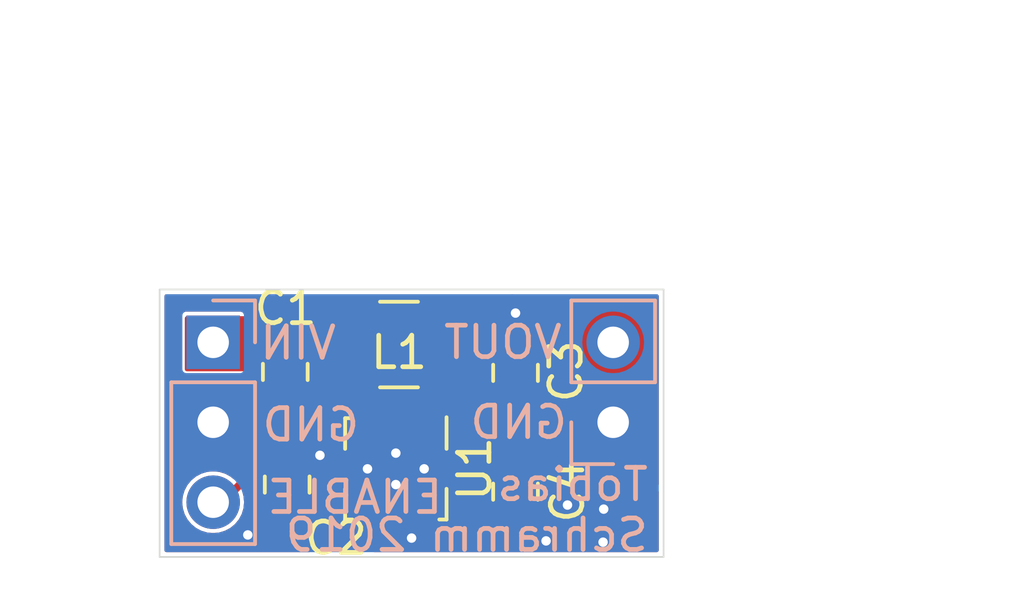
<source format=kicad_pcb>
(kicad_pcb (version 20171130) (host pcbnew 5.1.1)

  (general
    (thickness 1.6)
    (drawings 14)
    (tracks 41)
    (zones 0)
    (modules 8)
    (nets 8)
  )

  (page A4)
  (layers
    (0 F.Cu signal)
    (31 B.Cu signal)
    (32 B.Adhes user)
    (33 F.Adhes user)
    (34 B.Paste user)
    (35 F.Paste user)
    (36 B.SilkS user)
    (37 F.SilkS user)
    (38 B.Mask user)
    (39 F.Mask user)
    (40 Dwgs.User user)
    (41 Cmts.User user)
    (42 Eco1.User user)
    (43 Eco2.User user)
    (44 Edge.Cuts user)
    (45 Margin user)
    (46 B.CrtYd user)
    (47 F.CrtYd user)
    (48 B.Fab user)
    (49 F.Fab user hide)
  )

  (setup
    (last_trace_width 0.127)
    (user_trace_width 0.127)
    (user_trace_width 0.25)
    (user_trace_width 0.5)
    (user_trace_width 1)
    (trace_clearance 0.127)
    (zone_clearance 0.127)
    (zone_45_only no)
    (trace_min 0.127)
    (via_size 0.6)
    (via_drill 0.3)
    (via_min_size 0.6)
    (via_min_drill 0.3)
    (user_via 0.6 0.3)
    (uvia_size 0.6)
    (uvia_drill 0.3)
    (uvias_allowed no)
    (uvia_min_size 0.6)
    (uvia_min_drill 0.3)
    (edge_width 0.05)
    (segment_width 0.2)
    (pcb_text_width 0.3)
    (pcb_text_size 1.5 1.5)
    (mod_edge_width 0.12)
    (mod_text_size 1 1)
    (mod_text_width 0.15)
    (pad_size 1.524 1.524)
    (pad_drill 0.762)
    (pad_to_mask_clearance 0.051)
    (solder_mask_min_width 0.25)
    (aux_axis_origin 0 0)
    (visible_elements FFFFFF7F)
    (pcbplotparams
      (layerselection 0x010fc_ffffffff)
      (usegerberextensions true)
      (usegerberattributes false)
      (usegerberadvancedattributes false)
      (creategerberjobfile false)
      (excludeedgelayer true)
      (linewidth 0.100000)
      (plotframeref false)
      (viasonmask false)
      (mode 1)
      (useauxorigin false)
      (hpglpennumber 1)
      (hpglpenspeed 20)
      (hpglpendiameter 15.000000)
      (psnegative false)
      (psa4output false)
      (plotreference true)
      (plotvalue true)
      (plotinvisibletext false)
      (padsonsilk false)
      (subtractmaskfromsilk false)
      (outputformat 1)
      (mirror false)
      (drillshape 0)
      (scaleselection 1)
      (outputdirectory "../fab/"))
  )

  (net 0 "")
  (net 1 GND)
  (net 2 "Net-(C2-Pad1)")
  (net 3 "Net-(L1-Pad2)")
  (net 4 "Net-(L1-Pad1)")
  (net 5 /VIN)
  (net 6 /VOUT)
  (net 7 /EN)

  (net_class Default "Dies ist die voreingestellte Netzklasse."
    (clearance 0.127)
    (trace_width 0.127)
    (via_dia 0.6)
    (via_drill 0.3)
    (uvia_dia 0.6)
    (uvia_drill 0.3)
    (add_net /EN)
    (add_net /VIN)
    (add_net /VOUT)
    (add_net GND)
    (add_net "Net-(C2-Pad1)")
    (add_net "Net-(L1-Pad1)")
    (add_net "Net-(L1-Pad2)")
  )

  (module liion-buck_boost_3:Texas_DRC0010J_ThermalVias.3 (layer F.Cu) (tedit 5CA61E9E) (tstamp 5CC35A63)
    (at 82 47.2 270)
    (descr "Texas DRC0010J, VSON10 3x3mm Body, 0.5mm Pitch,  http://www.ti.com/lit/ds/symlink/tps63000.pdf")
    (tags "Texas VSON10 3x3mm")
    (path /5CA620E9)
    (attr smd)
    (fp_text reference U1 (at 0 -2.5 270) (layer F.SilkS)
      (effects (font (size 1 1) (thickness 0.15)))
    )
    (fp_text value TPS63031 (at 0.02032 2.8 270) (layer F.Fab)
      (effects (font (size 1 1) (thickness 0.15)))
    )
    (fp_text user %R (at 0 0 270) (layer F.Fab)
      (effects (font (size 0.7 0.7) (thickness 0.1)))
    )
    (fp_line (start -0.8 -1.5) (end 1.5 -1.5) (layer F.Fab) (width 0.1))
    (fp_line (start 1.5 -1.5) (end 1.5 1.5) (layer F.Fab) (width 0.1))
    (fp_line (start -1.5 -0.8) (end -1.5 1.5) (layer F.Fab) (width 0.1))
    (fp_line (start -1.5 1.5) (end 1.5 1.5) (layer F.Fab) (width 0.1))
    (fp_line (start -1.95 -1.95) (end 1.95 -1.95) (layer F.CrtYd) (width 0.05))
    (fp_line (start 1.95 -1.95) (end 1.95 1.95) (layer F.CrtYd) (width 0.05))
    (fp_line (start -1.95 -1.95) (end -1.95 1.95) (layer F.CrtYd) (width 0.05))
    (fp_line (start -1.95 1.95) (end 1.95 1.95) (layer F.CrtYd) (width 0.05))
    (fp_line (start -1.5 -0.8) (end -0.8 -1.5) (layer F.Fab) (width 0.1))
    (fp_line (start -1.61 1.38) (end -1.61 1.61) (layer F.SilkS) (width 0.12))
    (fp_line (start -1.61 1.61) (end -0.635 1.61) (layer F.SilkS) (width 0.12))
    (fp_line (start 1.61 1.38) (end 1.61 1.61) (layer F.SilkS) (width 0.12))
    (fp_line (start 0.635 1.61) (end 1.61 1.61) (layer F.SilkS) (width 0.12))
    (fp_line (start 0.635 -1.61) (end 1.61 -1.61) (layer F.SilkS) (width 0.12))
    (fp_line (start 1.61 -1.61) (end 1.61 -1.38) (layer F.SilkS) (width 0.12))
    (fp_line (start -1.64 -1.61) (end -0.635 -1.61) (layer F.SilkS) (width 0.12))
    (pad "" smd roundrect (at 0 0.63 270) (size 1.5 1.06) (layers F.Paste) (roundrect_rratio 0.1)
      (zone_connect 0))
    (pad "" smd roundrect (at 0 -0.63 270) (size 1.5 1.06) (layers F.Paste) (roundrect_rratio 0.1)
      (zone_connect 0))
    (pad "" smd roundrect (at -0.25 -1.53 270) (size 0.25 0.34) (layers F.Paste) (roundrect_rratio 0.1)
      (zone_connect 0))
    (pad "" smd roundrect (at 0.25 -1.53 270) (size 0.25 0.34) (layers F.Paste) (roundrect_rratio 0.1)
      (zone_connect 0))
    (pad "" smd roundrect (at -0.25 1.53 270) (size 0.25 0.34) (layers F.Paste) (roundrect_rratio 0.1)
      (zone_connect 0))
    (pad "" smd roundrect (at 0.25 1.53 270) (size 0.25 0.34) (layers F.Paste) (roundrect_rratio 0.1)
      (zone_connect 0))
    (pad 1 smd rect (at -1.4 -1 270) (size 0.6 0.24) (layers F.Cu F.Paste F.Mask)
      (net 6 /VOUT))
    (pad 2 smd rect (at -1.4 -0.5 270) (size 0.6 0.24) (layers F.Cu F.Paste F.Mask)
      (net 3 "Net-(L1-Pad2)"))
    (pad 3 smd rect (at -1.4 0 270) (size 0.6 0.24) (layers F.Cu F.Paste F.Mask)
      (net 1 GND))
    (pad 4 smd rect (at -1.4 0.5 270) (size 0.6 0.24) (layers F.Cu F.Paste F.Mask)
      (net 4 "Net-(L1-Pad1)"))
    (pad 5 smd rect (at -1.4 1 270) (size 0.6 0.24) (layers F.Cu F.Paste F.Mask)
      (net 5 /VIN))
    (pad 6 smd rect (at 1.4 1 270) (size 0.6 0.24) (layers F.Cu F.Paste F.Mask)
      (net 7 /EN))
    (pad 7 smd rect (at 1.4 0.5 270) (size 0.6 0.24) (layers F.Cu F.Paste F.Mask)
      (net 2 "Net-(C2-Pad1)"))
    (pad 8 smd rect (at 1.4 0 270) (size 0.6 0.24) (layers F.Cu F.Paste F.Mask)
      (net 2 "Net-(C2-Pad1)"))
    (pad 9 smd rect (at 1.4 -0.5 270) (size 0.6 0.24) (layers F.Cu F.Paste F.Mask)
      (net 1 GND))
    (pad 10 smd rect (at 1.4 -1 270) (size 0.6 0.24) (layers F.Cu F.Paste F.Mask)
      (net 6 /VOUT))
    (pad 11 smd custom (at 0 0 270) (size 1.65 2.4) (layers F.Cu F.Mask)
      (net 1 GND) (zone_connect 0)
      (options (clearance outline) (anchor rect))
      (primitives
        (gr_poly (pts
           (xy -0.375 -1.1) (xy -0.375 -1.7) (xy -0.125 -1.7) (xy -0.125 -1.1) (xy 0.125 -1.1)
           (xy 0.125 -1.7) (xy 0.375 -1.7) (xy 0.375 1.7) (xy 0.125 1.7) (xy 0.125 1.1)
           (xy -0.125 1.1) (xy -0.125 1.7) (xy -0.375 1.7)) (width 0))
      ))
    (pad 11 thru_hole circle (at 0 0.9 270) (size 0.6 0.6) (drill 0.3) (layers *.Cu)
      (net 1 GND))
    (pad 11 thru_hole circle (at -0.5 0 270) (size 0.6 0.6) (drill 0.3) (layers *.Cu)
      (net 1 GND))
    (pad 11 thru_hole circle (at 0.5 0 270) (size 0.6 0.6) (drill 0.3) (layers *.Cu)
      (net 1 GND))
    (pad 11 thru_hole circle (at 0 -0.9 270) (size 0.6 0.6) (drill 0.3) (layers *.Cu)
      (net 1 GND))
    (model ${KISYS3DMOD}/Package_SON.3dshapes/Texas_DRC0010J.wrl
      (at (xyz 0 0 0))
      (scale (xyz 1 1 1))
      (rotate (xyz 0 0 0))
    )
  )

  (module Inductor_SMD:L_1210_3225Metric (layer F.Cu) (tedit 5B301BBE) (tstamp 5CA653A2)
    (at 82.1 43.25)
    (descr "Inductor SMD 1210 (3225 Metric), square (rectangular) end terminal, IPC_7351 nominal, (Body size source: http://www.tortai-tech.com/upload/download/2011102023233369053.pdf), generated with kicad-footprint-generator")
    (tags inductor)
    (path /5CA631EC)
    (attr smd)
    (fp_text reference L1 (at 0 0.25) (layer F.SilkS)
      (effects (font (size 1 1) (thickness 0.15)))
    )
    (fp_text value L (at 0 2.28) (layer F.Fab)
      (effects (font (size 1 1) (thickness 0.15)))
    )
    (fp_text user %R (at 0 0) (layer F.Fab)
      (effects (font (size 0.8 0.8) (thickness 0.12)))
    )
    (fp_line (start 2.28 1.58) (end -2.28 1.58) (layer F.CrtYd) (width 0.05))
    (fp_line (start 2.28 -1.58) (end 2.28 1.58) (layer F.CrtYd) (width 0.05))
    (fp_line (start -2.28 -1.58) (end 2.28 -1.58) (layer F.CrtYd) (width 0.05))
    (fp_line (start -2.28 1.58) (end -2.28 -1.58) (layer F.CrtYd) (width 0.05))
    (fp_line (start -0.602064 1.36) (end 0.602064 1.36) (layer F.SilkS) (width 0.12))
    (fp_line (start -0.602064 -1.36) (end 0.602064 -1.36) (layer F.SilkS) (width 0.12))
    (fp_line (start 1.6 1.25) (end -1.6 1.25) (layer F.Fab) (width 0.1))
    (fp_line (start 1.6 -1.25) (end 1.6 1.25) (layer F.Fab) (width 0.1))
    (fp_line (start -1.6 -1.25) (end 1.6 -1.25) (layer F.Fab) (width 0.1))
    (fp_line (start -1.6 1.25) (end -1.6 -1.25) (layer F.Fab) (width 0.1))
    (pad 2 smd roundrect (at 1.4 0) (size 1.25 2.65) (layers F.Cu F.Paste F.Mask) (roundrect_rratio 0.2)
      (net 3 "Net-(L1-Pad2)"))
    (pad 1 smd roundrect (at -1.4 0) (size 1.25 2.65) (layers F.Cu F.Paste F.Mask) (roundrect_rratio 0.2)
      (net 4 "Net-(L1-Pad1)"))
    (model ${KISYS3DMOD}/Inductor_SMD.3dshapes/L_1210_3225Metric.wrl
      (at (xyz 0 0 0))
      (scale (xyz 1 1 1))
      (rotate (xyz 0 0 0))
    )
  )

  (module Connector_PinHeader_2.54mm:PinHeader_1x02_P2.54mm_Vertical (layer B.Cu) (tedit 59FED5CC) (tstamp 5CA65FE8)
    (at 88.9 45.72)
    (descr "Through hole straight pin header, 1x02, 2.54mm pitch, single row")
    (tags "Through hole pin header THT 1x02 2.54mm single row")
    (path /5CA6AE98)
    (fp_text reference J2 (at 0 2.33) (layer B.SilkS) hide
      (effects (font (size 1 1) (thickness 0.15)) (justify mirror))
    )
    (fp_text value Conn_01x02_Male (at 0 -4.87) (layer B.Fab)
      (effects (font (size 1 1) (thickness 0.15)) (justify mirror))
    )
    (fp_text user %R (at 0 -1.27 -90) (layer B.Fab)
      (effects (font (size 1 1) (thickness 0.15)) (justify mirror))
    )
    (fp_line (start 1.8 1.8) (end -1.8 1.8) (layer B.CrtYd) (width 0.05))
    (fp_line (start 1.8 -4.35) (end 1.8 1.8) (layer B.CrtYd) (width 0.05))
    (fp_line (start -1.8 -4.35) (end 1.8 -4.35) (layer B.CrtYd) (width 0.05))
    (fp_line (start -1.8 1.8) (end -1.8 -4.35) (layer B.CrtYd) (width 0.05))
    (fp_line (start -1.33 1.33) (end 0 1.33) (layer B.SilkS) (width 0.12))
    (fp_line (start -1.33 0) (end -1.33 1.33) (layer B.SilkS) (width 0.12))
    (fp_line (start -1.33 -1.27) (end 1.33 -1.27) (layer B.SilkS) (width 0.12))
    (fp_line (start 1.33 -1.27) (end 1.33 -3.87) (layer B.SilkS) (width 0.12))
    (fp_line (start -1.33 -1.27) (end -1.33 -3.87) (layer B.SilkS) (width 0.12))
    (fp_line (start -1.33 -3.87) (end 1.33 -3.87) (layer B.SilkS) (width 0.12))
    (fp_line (start -1.27 0.635) (end -0.635 1.27) (layer B.Fab) (width 0.1))
    (fp_line (start -1.27 -3.81) (end -1.27 0.635) (layer B.Fab) (width 0.1))
    (fp_line (start 1.27 -3.81) (end -1.27 -3.81) (layer B.Fab) (width 0.1))
    (fp_line (start 1.27 1.27) (end 1.27 -3.81) (layer B.Fab) (width 0.1))
    (fp_line (start -0.635 1.27) (end 1.27 1.27) (layer B.Fab) (width 0.1))
    (pad 2 thru_hole oval (at 0 -2.54) (size 1.7 1.7) (drill 1) (layers *.Cu *.Mask)
      (net 6 /VOUT))
    (pad 1 thru_hole rect (at 0 0) (size 1.7 1.7) (drill 1) (layers *.Cu *.Mask)
      (net 1 GND))
    (model ${KISYS3DMOD}/Connector_PinHeader_2.54mm.3dshapes/PinHeader_1x02_P2.54mm_Vertical.wrl
      (at (xyz 0 0 0))
      (scale (xyz 1 1 1))
      (rotate (xyz 0 0 0))
    )
  )

  (module Connector_PinHeader_2.54mm:PinHeader_1x03_P2.54mm_Vertical (layer B.Cu) (tedit 59FED5CC) (tstamp 5CA6537B)
    (at 76.2 43.18 180)
    (descr "Through hole straight pin header, 1x03, 2.54mm pitch, single row")
    (tags "Through hole pin header THT 1x03 2.54mm single row")
    (path /5CA645E2)
    (fp_text reference J1 (at -6.8 -3.72 90) (layer B.SilkS) hide
      (effects (font (size 1 1) (thickness 0.15)) (justify mirror))
    )
    (fp_text value Conn_01x03_Male (at 0 -7.41 180) (layer B.Fab)
      (effects (font (size 1 1) (thickness 0.15)) (justify mirror))
    )
    (fp_text user %R (at 0 -2.54 90) (layer B.Fab)
      (effects (font (size 1 1) (thickness 0.15)) (justify mirror))
    )
    (fp_line (start 1.8 1.8) (end -1.8 1.8) (layer B.CrtYd) (width 0.05))
    (fp_line (start 1.8 -6.85) (end 1.8 1.8) (layer B.CrtYd) (width 0.05))
    (fp_line (start -1.8 -6.85) (end 1.8 -6.85) (layer B.CrtYd) (width 0.05))
    (fp_line (start -1.8 1.8) (end -1.8 -6.85) (layer B.CrtYd) (width 0.05))
    (fp_line (start -1.33 1.33) (end 0 1.33) (layer B.SilkS) (width 0.12))
    (fp_line (start -1.33 0) (end -1.33 1.33) (layer B.SilkS) (width 0.12))
    (fp_line (start -1.33 -1.27) (end 1.33 -1.27) (layer B.SilkS) (width 0.12))
    (fp_line (start 1.33 -1.27) (end 1.33 -6.41) (layer B.SilkS) (width 0.12))
    (fp_line (start -1.33 -1.27) (end -1.33 -6.41) (layer B.SilkS) (width 0.12))
    (fp_line (start -1.33 -6.41) (end 1.33 -6.41) (layer B.SilkS) (width 0.12))
    (fp_line (start -1.27 0.635) (end -0.635 1.27) (layer B.Fab) (width 0.1))
    (fp_line (start -1.27 -6.35) (end -1.27 0.635) (layer B.Fab) (width 0.1))
    (fp_line (start 1.27 -6.35) (end -1.27 -6.35) (layer B.Fab) (width 0.1))
    (fp_line (start 1.27 1.27) (end 1.27 -6.35) (layer B.Fab) (width 0.1))
    (fp_line (start -0.635 1.27) (end 1.27 1.27) (layer B.Fab) (width 0.1))
    (pad 3 thru_hole oval (at 0 -5.08 180) (size 1.7 1.7) (drill 1) (layers *.Cu *.Mask)
      (net 7 /EN))
    (pad 2 thru_hole oval (at 0 -2.54 180) (size 1.7 1.7) (drill 1) (layers *.Cu *.Mask)
      (net 1 GND))
    (pad 1 thru_hole rect (at 0 0 180) (size 1.7 1.7) (drill 1) (layers *.Cu *.Mask)
      (net 5 /VIN))
    (model ${KISYS3DMOD}/Connector_PinHeader_2.54mm.3dshapes/PinHeader_1x03_P2.54mm_Vertical.wrl
      (at (xyz 0 0 0))
      (scale (xyz 1 1 1))
      (rotate (xyz 0 0 0))
    )
  )

  (module Capacitor_SMD:C_0805_2012Metric (layer F.Cu) (tedit 5B36C52B) (tstamp 5CA65364)
    (at 85.8 47.925 270)
    (descr "Capacitor SMD 0805 (2012 Metric), square (rectangular) end terminal, IPC_7351 nominal, (Body size source: https://docs.google.com/spreadsheets/d/1BsfQQcO9C6DZCsRaXUlFlo91Tg2WpOkGARC1WS5S8t0/edit?usp=sharing), generated with kicad-footprint-generator")
    (tags capacitor)
    (path /5CA68FF0)
    (attr smd)
    (fp_text reference C4 (at 0 -1.65 270) (layer F.SilkS)
      (effects (font (size 1 1) (thickness 0.15)))
    )
    (fp_text value 10µF (at 0 1.65 270) (layer F.Fab)
      (effects (font (size 1 1) (thickness 0.15)))
    )
    (fp_text user %R (at 0 0 270) (layer F.Fab)
      (effects (font (size 0.5 0.5) (thickness 0.08)))
    )
    (fp_line (start 1.68 0.95) (end -1.68 0.95) (layer F.CrtYd) (width 0.05))
    (fp_line (start 1.68 -0.95) (end 1.68 0.95) (layer F.CrtYd) (width 0.05))
    (fp_line (start -1.68 -0.95) (end 1.68 -0.95) (layer F.CrtYd) (width 0.05))
    (fp_line (start -1.68 0.95) (end -1.68 -0.95) (layer F.CrtYd) (width 0.05))
    (fp_line (start -0.258578 0.71) (end 0.258578 0.71) (layer F.SilkS) (width 0.12))
    (fp_line (start -0.258578 -0.71) (end 0.258578 -0.71) (layer F.SilkS) (width 0.12))
    (fp_line (start 1 0.6) (end -1 0.6) (layer F.Fab) (width 0.1))
    (fp_line (start 1 -0.6) (end 1 0.6) (layer F.Fab) (width 0.1))
    (fp_line (start -1 -0.6) (end 1 -0.6) (layer F.Fab) (width 0.1))
    (fp_line (start -1 0.6) (end -1 -0.6) (layer F.Fab) (width 0.1))
    (pad 2 smd roundrect (at 0.9375 0 270) (size 0.975 1.4) (layers F.Cu F.Paste F.Mask) (roundrect_rratio 0.25)
      (net 1 GND))
    (pad 1 smd roundrect (at -0.9375 0 270) (size 0.975 1.4) (layers F.Cu F.Paste F.Mask) (roundrect_rratio 0.25)
      (net 6 /VOUT))
    (model ${KISYS3DMOD}/Capacitor_SMD.3dshapes/C_0805_2012Metric.wrl
      (at (xyz 0 0 0))
      (scale (xyz 1 1 1))
      (rotate (xyz 0 0 0))
    )
  )

  (module Capacitor_SMD:C_0805_2012Metric (layer F.Cu) (tedit 5B36C52B) (tstamp 5CA65353)
    (at 85.8 44.15 90)
    (descr "Capacitor SMD 0805 (2012 Metric), square (rectangular) end terminal, IPC_7351 nominal, (Body size source: https://docs.google.com/spreadsheets/d/1BsfQQcO9C6DZCsRaXUlFlo91Tg2WpOkGARC1WS5S8t0/edit?usp=sharing), generated with kicad-footprint-generator")
    (tags capacitor)
    (path /5CA68B7E)
    (attr smd)
    (fp_text reference C3 (at 0.05 1.6 90) (layer F.SilkS)
      (effects (font (size 1 1) (thickness 0.15)))
    )
    (fp_text value 10µF (at 0 1.65 90) (layer F.Fab)
      (effects (font (size 1 1) (thickness 0.15)))
    )
    (fp_text user %R (at 0 0 90) (layer F.Fab)
      (effects (font (size 0.5 0.5) (thickness 0.08)))
    )
    (fp_line (start 1.68 0.95) (end -1.68 0.95) (layer F.CrtYd) (width 0.05))
    (fp_line (start 1.68 -0.95) (end 1.68 0.95) (layer F.CrtYd) (width 0.05))
    (fp_line (start -1.68 -0.95) (end 1.68 -0.95) (layer F.CrtYd) (width 0.05))
    (fp_line (start -1.68 0.95) (end -1.68 -0.95) (layer F.CrtYd) (width 0.05))
    (fp_line (start -0.258578 0.71) (end 0.258578 0.71) (layer F.SilkS) (width 0.12))
    (fp_line (start -0.258578 -0.71) (end 0.258578 -0.71) (layer F.SilkS) (width 0.12))
    (fp_line (start 1 0.6) (end -1 0.6) (layer F.Fab) (width 0.1))
    (fp_line (start 1 -0.6) (end 1 0.6) (layer F.Fab) (width 0.1))
    (fp_line (start -1 -0.6) (end 1 -0.6) (layer F.Fab) (width 0.1))
    (fp_line (start -1 0.6) (end -1 -0.6) (layer F.Fab) (width 0.1))
    (pad 2 smd roundrect (at 0.9375 0 90) (size 0.975 1.4) (layers F.Cu F.Paste F.Mask) (roundrect_rratio 0.25)
      (net 1 GND))
    (pad 1 smd roundrect (at -0.9375 0 90) (size 0.975 1.4) (layers F.Cu F.Paste F.Mask) (roundrect_rratio 0.25)
      (net 6 /VOUT))
    (model ${KISYS3DMOD}/Capacitor_SMD.3dshapes/C_0805_2012Metric.wrl
      (at (xyz 0 0 0))
      (scale (xyz 1 1 1))
      (rotate (xyz 0 0 0))
    )
  )

  (module Capacitor_SMD:C_0805_2012Metric (layer F.Cu) (tedit 5B36C52B) (tstamp 5CA65342)
    (at 78.55 47.7 90)
    (descr "Capacitor SMD 0805 (2012 Metric), square (rectangular) end terminal, IPC_7351 nominal, (Body size source: https://docs.google.com/spreadsheets/d/1BsfQQcO9C6DZCsRaXUlFlo91Tg2WpOkGARC1WS5S8t0/edit?usp=sharing), generated with kicad-footprint-generator")
    (tags capacitor)
    (path /5CA66CF7)
    (attr smd)
    (fp_text reference C2 (at -1.7 1.55 180) (layer F.SilkS)
      (effects (font (size 1 1) (thickness 0.15)))
    )
    (fp_text value 100nF (at 0 1.65 90) (layer F.Fab)
      (effects (font (size 1 1) (thickness 0.15)))
    )
    (fp_text user %R (at 0 0 90) (layer F.Fab)
      (effects (font (size 0.5 0.5) (thickness 0.08)))
    )
    (fp_line (start 1.68 0.95) (end -1.68 0.95) (layer F.CrtYd) (width 0.05))
    (fp_line (start 1.68 -0.95) (end 1.68 0.95) (layer F.CrtYd) (width 0.05))
    (fp_line (start -1.68 -0.95) (end 1.68 -0.95) (layer F.CrtYd) (width 0.05))
    (fp_line (start -1.68 0.95) (end -1.68 -0.95) (layer F.CrtYd) (width 0.05))
    (fp_line (start -0.258578 0.71) (end 0.258578 0.71) (layer F.SilkS) (width 0.12))
    (fp_line (start -0.258578 -0.71) (end 0.258578 -0.71) (layer F.SilkS) (width 0.12))
    (fp_line (start 1 0.6) (end -1 0.6) (layer F.Fab) (width 0.1))
    (fp_line (start 1 -0.6) (end 1 0.6) (layer F.Fab) (width 0.1))
    (fp_line (start -1 -0.6) (end 1 -0.6) (layer F.Fab) (width 0.1))
    (fp_line (start -1 0.6) (end -1 -0.6) (layer F.Fab) (width 0.1))
    (pad 2 smd roundrect (at 0.9375 0 90) (size 0.975 1.4) (layers F.Cu F.Paste F.Mask) (roundrect_rratio 0.25)
      (net 1 GND))
    (pad 1 smd roundrect (at -0.9375 0 90) (size 0.975 1.4) (layers F.Cu F.Paste F.Mask) (roundrect_rratio 0.25)
      (net 2 "Net-(C2-Pad1)"))
    (model ${KISYS3DMOD}/Capacitor_SMD.3dshapes/C_0805_2012Metric.wrl
      (at (xyz 0 0 0))
      (scale (xyz 1 1 1))
      (rotate (xyz 0 0 0))
    )
  )

  (module Capacitor_SMD:C_0805_2012Metric (layer F.Cu) (tedit 5B36C52B) (tstamp 5CA65A29)
    (at 78.49 44.12 270)
    (descr "Capacitor SMD 0805 (2012 Metric), square (rectangular) end terminal, IPC_7351 nominal, (Body size source: https://docs.google.com/spreadsheets/d/1BsfQQcO9C6DZCsRaXUlFlo91Tg2WpOkGARC1WS5S8t0/edit?usp=sharing), generated with kicad-footprint-generator")
    (tags capacitor)
    (path /5CA65EC4)
    (attr smd)
    (fp_text reference C1 (at -2.02 -0.01) (layer F.SilkS)
      (effects (font (size 1 1) (thickness 0.15)))
    )
    (fp_text value 10µF (at 0 1.65 270) (layer F.Fab)
      (effects (font (size 1 1) (thickness 0.15)))
    )
    (fp_text user %R (at 0 0 270) (layer F.Fab)
      (effects (font (size 0.5 0.5) (thickness 0.08)))
    )
    (fp_line (start 1.68 0.95) (end -1.68 0.95) (layer F.CrtYd) (width 0.05))
    (fp_line (start 1.68 -0.95) (end 1.68 0.95) (layer F.CrtYd) (width 0.05))
    (fp_line (start -1.68 -0.95) (end 1.68 -0.95) (layer F.CrtYd) (width 0.05))
    (fp_line (start -1.68 0.95) (end -1.68 -0.95) (layer F.CrtYd) (width 0.05))
    (fp_line (start -0.258578 0.71) (end 0.258578 0.71) (layer F.SilkS) (width 0.12))
    (fp_line (start -0.258578 -0.71) (end 0.258578 -0.71) (layer F.SilkS) (width 0.12))
    (fp_line (start 1 0.6) (end -1 0.6) (layer F.Fab) (width 0.1))
    (fp_line (start 1 -0.6) (end 1 0.6) (layer F.Fab) (width 0.1))
    (fp_line (start -1 -0.6) (end 1 -0.6) (layer F.Fab) (width 0.1))
    (fp_line (start -1 0.6) (end -1 -0.6) (layer F.Fab) (width 0.1))
    (pad 2 smd roundrect (at 0.9375 0 270) (size 0.975 1.4) (layers F.Cu F.Paste F.Mask) (roundrect_rratio 0.25)
      (net 1 GND))
    (pad 1 smd roundrect (at -0.9375 0 270) (size 0.975 1.4) (layers F.Cu F.Paste F.Mask) (roundrect_rratio 0.25)
      (net 5 /VIN))
    (model ${KISYS3DMOD}/Capacitor_SMD.3dshapes/C_0805_2012Metric.wrl
      (at (xyz 0 0 0))
      (scale (xyz 1 1 1))
      (rotate (xyz 0 0 0))
    )
  )

  (gr_text "Tobias\nSchramm 2019" (at 90.09 48.5) (layer B.SilkS) (tstamp 5CA66F2C)
    (effects (font (size 1 1) (thickness 0.15)) (justify left mirror))
  )
  (dimension 8.5 (width 0.12) (layer Eco1.User)
    (gr_text "8,500 mm" (at 100.56 45.75 90) (layer Eco1.User) (tstamp 5CC358E0)
      (effects (font (size 1 1) (thickness 0.15)))
    )
    (feature1 (pts (xy 90.23 41.5) (xy 99.876421 41.5)))
    (feature2 (pts (xy 90.23 50) (xy 99.876421 50)))
    (crossbar (pts (xy 99.29 50) (xy 99.29 41.5)))
    (arrow1a (pts (xy 99.29 41.5) (xy 99.876421 42.626504)))
    (arrow1b (pts (xy 99.29 41.5) (xy 98.703579 42.626504)))
    (arrow2a (pts (xy 99.29 50) (xy 99.876421 48.873496)))
    (arrow2b (pts (xy 99.29 50) (xy 98.703579 48.873496)))
  )
  (dimension 16 (width 0.12) (layer Eco1.User)
    (gr_text "16,000 mm" (at 82.5 33.030001) (layer Eco1.User) (tstamp 5CC358D4)
      (effects (font (size 1 1) (thickness 0.15)))
    )
    (feature1 (pts (xy 90.5 47.6) (xy 90.5 33.71358)))
    (feature2 (pts (xy 74.5 47.6) (xy 74.5 33.71358)))
    (crossbar (pts (xy 74.5 34.300001) (xy 90.5 34.300001)))
    (arrow1a (pts (xy 90.5 34.300001) (xy 89.373496 34.886422)))
    (arrow1b (pts (xy 90.5 34.300001) (xy 89.373496 33.71358)))
    (arrow2a (pts (xy 74.5 34.300001) (xy 75.626504 34.886422)))
    (arrow2b (pts (xy 74.5 34.300001) (xy 75.626504 33.71358)))
  )
  (dimension 12.7 (width 0.12) (layer Eco1.User)
    (gr_text "12,700 mm" (at 82.55 36.83) (layer Eco1.User)
      (effects (font (size 1 1) (thickness 0.15)))
    )
    (feature1 (pts (xy 76.2 43.18) (xy 76.2 37.513579)))
    (feature2 (pts (xy 88.9 43.18) (xy 88.9 37.513579)))
    (crossbar (pts (xy 88.9 38.1) (xy 76.2 38.1)))
    (arrow1a (pts (xy 76.2 38.1) (xy 77.326504 37.513579)))
    (arrow1b (pts (xy 76.2 38.1) (xy 77.326504 38.686421)))
    (arrow2a (pts (xy 88.9 38.1) (xy 87.773496 37.513579)))
    (arrow2b (pts (xy 88.9 38.1) (xy 87.773496 38.686421)))
  )
  (gr_text GND (at 85.9 45.72) (layer B.SilkS) (tstamp 5CA66DD0)
    (effects (font (size 1 1) (thickness 0.15)) (justify mirror))
  )
  (gr_text VOUT (at 85.4 43.18) (layer B.SilkS)
    (effects (font (size 1 1) (thickness 0.15)) (justify mirror))
  )
  (gr_text "ENABLE\n" (at 80.7 48.1) (layer B.SilkS)
    (effects (font (size 1 1) (thickness 0.15)) (justify mirror))
  )
  (gr_text GND (at 79.3 45.8) (layer B.SilkS)
    (effects (font (size 1 1) (thickness 0.15)) (justify mirror))
  )
  (gr_text VIN (at 78.9 43.2) (layer B.SilkS)
    (effects (font (size 1 1) (thickness 0.15)) (justify mirror))
  )
  (gr_line (start 74.5 50) (end 74.5 41.5) (layer Edge.Cuts) (width 0.05) (tstamp 5CA662BC))
  (gr_line (start 90.5 50) (end 74.5 50) (layer Edge.Cuts) (width 0.05))
  (gr_line (start 90.5 41.5) (end 90.5 50) (layer Edge.Cuts) (width 0.05))
  (gr_line (start 74.5 41.5) (end 90.5 41.5) (layer Edge.Cuts) (width 0.05) (tstamp 5CA661A2))
  (dimension 2.54 (width 0.15) (layer Eco1.User) (tstamp 5CC359E3)
    (gr_text "2,540 mm" (at 92.74 46.99 90) (layer Eco1.User) (tstamp 5CC359E4)
      (effects (font (size 1 1) (thickness 0.15)))
    )
    (feature1 (pts (xy 88.9 45.72) (xy 92.026421 45.72)))
    (feature2 (pts (xy 88.9 48.26) (xy 92.026421 48.26)))
    (crossbar (pts (xy 91.44 48.26) (xy 91.44 45.72)))
    (arrow1a (pts (xy 91.44 45.72) (xy 92.026421 46.846504)))
    (arrow1b (pts (xy 91.44 45.72) (xy 90.853579 46.846504)))
    (arrow2a (pts (xy 91.44 48.26) (xy 92.026421 47.133496)))
    (arrow2b (pts (xy 91.44 48.26) (xy 90.853579 47.133496)))
  )

  (via (at 77.3 49.3) (size 0.6) (drill 0.3) (layers F.Cu B.Cu) (net 1))
  (segment (start 77.3 49.5) (end 77.3 49.3) (width 0.127) (layer F.Cu) (net 1))
  (via (at 82.5 49.4) (size 0.6) (drill 0.3) (layers F.Cu B.Cu) (net 1))
  (segment (start 82.5 47.7) (end 82 47.2) (width 0.25) (layer F.Cu) (net 1))
  (segment (start 82.5 48.6) (end 82.5 47.7) (width 0.25) (layer F.Cu) (net 1))
  (segment (start 82 45.8) (end 82 47.2) (width 0.25) (layer F.Cu) (net 1))
  (segment (start 85.8 43.2125) (end 85.8 42.25) (width 1) (layer F.Cu) (net 1))
  (segment (start 85.7 42.52) (end 88.9 45.72) (width 1) (layer B.Cu) (net 1))
  (segment (start 85.7 42.15) (end 85.7 42.52) (width 1) (layer B.Cu) (net 1))
  (segment (start 85.8 42.25) (end 85.8 42.25) (width 1) (layer F.Cu) (net 1) (tstamp 5CA66916))
  (via (at 85.8 42.25) (size 0.6) (drill 0.3) (layers F.Cu B.Cu) (net 1))
  (segment (start 78.55 46.7625) (end 79.5825 46.7625) (width 0.127) (layer F.Cu) (net 1))
  (via (at 79.59 46.77) (size 0.6) (drill 0.3) (layers F.Cu B.Cu) (net 1))
  (segment (start 79.5825 46.7625) (end 79.59 46.77) (width 0.127) (layer F.Cu) (net 1))
  (segment (start 85.8 48.8625) (end 86.8375 48.8625) (width 0.127) (layer F.Cu) (net 1))
  (via (at 87.45 48.35) (size 0.6) (drill 0.3) (layers F.Cu B.Cu) (net 1))
  (segment (start 86.8375 48.8625) (end 87.35 48.35) (width 0.127) (layer F.Cu) (net 1))
  (via (at 88.6 48.48) (size 0.6) (drill 0.3) (layers F.Cu B.Cu) (net 1))
  (segment (start 87.35 48.35) (end 88.77 48.35) (width 0.127) (layer B.Cu) (net 1))
  (via (at 88.58 49.53) (size 0.6) (drill 0.3) (layers F.Cu B.Cu) (net 1))
  (segment (start 88.77 48.35) (end 88.77 49.41) (width 0.127) (layer F.Cu) (net 1))
  (via (at 86.77 49.49) (size 0.6) (drill 0.3) (layers F.Cu B.Cu) (net 1))
  (segment (start 88.77 49.41) (end 87.35 49.41) (width 0.127) (layer B.Cu) (net 1))
  (segment (start 79.856002 46.7625) (end 80.293502 47.2) (width 1) (layer F.Cu) (net 1))
  (segment (start 78.55 46.7625) (end 79.856002 46.7625) (width 1) (layer F.Cu) (net 1))
  (segment (start 80.293502 47.2) (end 82 47.2) (width 1) (layer F.Cu) (net 1))
  (segment (start 81.5 49.15) (end 81.1 49.55) (width 0.25) (layer F.Cu) (net 2))
  (segment (start 81.5 48.6) (end 81.5 49.15) (width 0.25) (layer F.Cu) (net 2))
  (segment (start 79.4625 49.55) (end 78.55 48.6375) (width 0.25) (layer F.Cu) (net 2))
  (segment (start 81.1 49.55) (end 79.4625 49.55) (width 0.25) (layer F.Cu) (net 2))
  (segment (start 82 48.6) (end 81.5 48.6) (width 0.25) (layer F.Cu) (net 2))
  (segment (start 83.247 48.6) (end 83.95 47.897) (width 0.127) (layer F.Cu) (net 6))
  (segment (start 83 48.6) (end 83.247 48.6) (width 0.127) (layer F.Cu) (net 6))
  (segment (start 83.95 47.897) (end 83.95 47.7) (width 0.127) (layer F.Cu) (net 6))
  (segment (start 85.0875 47.7) (end 85.8 46.9875) (width 0.127) (layer F.Cu) (net 6))
  (segment (start 83.95 47.7) (end 85.0875 47.7) (width 0.127) (layer F.Cu) (net 6))
  (segment (start 76.2 48.26) (end 76.49 48.26) (width 0.25) (layer F.Cu) (net 7))
  (segment (start 76.49 48.26) (end 77.05 47.7) (width 0.25) (layer F.Cu) (net 7))
  (segment (start 79.73 47.7) (end 80.63 48.6) (width 0.25) (layer F.Cu) (net 7))
  (segment (start 80.63 48.6) (end 81 48.6) (width 0.25) (layer F.Cu) (net 7))
  (segment (start 77.05 47.7) (end 79.73 47.7) (width 0.25) (layer F.Cu) (net 7))

  (zone (net 6) (net_name /VOUT) (layer F.Cu) (tstamp 5CA66E7B) (hatch edge 0.508)
    (priority 10)
    (connect_pads yes (clearance 0.127))
    (min_thickness 0.127)
    (fill yes (arc_segments 32) (thermal_gap 0.128) (thermal_bridge_width 0.128))
    (polygon
      (pts
        (xy 90.5 41.5) (xy 90.5 44.5) (xy 90.5 47.75) (xy 87.75 47.75) (xy 84.5 47.75)
        (xy 83 47.75) (xy 82.75 46.25) (xy 82.75 45) (xy 82.75 41.5) (xy 84.75 41.5)
        (xy 87.5 41.5)
      )
    )
    (filled_polygon
      (pts
        (xy 85.30938 41.75938) (xy 85.223092 41.864523) (xy 85.158975 41.984479) (xy 85.119491 42.114638) (xy 85.106159 42.25)
        (xy 85.109501 42.283931) (xy 85.109501 42.6029) (xy 85.101982 42.606919) (xy 85.036038 42.661038) (xy 84.981919 42.726982)
        (xy 84.941704 42.802217) (xy 84.916941 42.883852) (xy 84.908579 42.96875) (xy 84.908579 43.45625) (xy 84.916941 43.541148)
        (xy 84.941704 43.622783) (xy 84.981919 43.698018) (xy 85.036038 43.763962) (xy 85.101982 43.818081) (xy 85.177217 43.858296)
        (xy 85.258852 43.883059) (xy 85.34375 43.891421) (xy 85.659403 43.891421) (xy 85.664638 43.893009) (xy 85.8 43.906341)
        (xy 85.935361 43.893009) (xy 85.940596 43.891421) (xy 86.25625 43.891421) (xy 86.341148 43.883059) (xy 86.422783 43.858296)
        (xy 86.498018 43.818081) (xy 86.563962 43.763962) (xy 86.618081 43.698018) (xy 86.658296 43.622783) (xy 86.683059 43.541148)
        (xy 86.691421 43.45625) (xy 86.691421 42.96875) (xy 86.683059 42.883852) (xy 86.658296 42.802217) (xy 86.618081 42.726982)
        (xy 86.563962 42.661038) (xy 86.498018 42.606919) (xy 86.4905 42.6029) (xy 86.4905 42.283922) (xy 86.493841 42.25)
        (xy 86.480509 42.114638) (xy 86.441025 41.984479) (xy 86.376908 41.864523) (xy 86.29062 41.75938) (xy 86.237152 41.7155)
        (xy 90.2845 41.7155) (xy 90.284501 47.6865) (xy 83.854934 47.6865) (xy 83.859162 47.681348) (xy 83.876851 47.648254)
        (xy 83.887744 47.612345) (xy 83.891422 47.575) (xy 83.891422 47.325) (xy 83.887744 47.287655) (xy 83.876851 47.251746)
        (xy 83.859162 47.218652) (xy 83.843855 47.2) (xy 83.859162 47.181348) (xy 83.876851 47.148254) (xy 83.887744 47.112345)
        (xy 83.891422 47.075) (xy 83.891422 46.825) (xy 83.887744 46.787655) (xy 83.876851 46.751746) (xy 83.859162 46.718652)
        (xy 83.835356 46.689644) (xy 83.806348 46.665838) (xy 83.773254 46.648149) (xy 83.737345 46.637256) (xy 83.7 46.633578)
        (xy 83.391422 46.633578) (xy 83.391422 46.375) (xy 83.387744 46.337655) (xy 83.376851 46.301746) (xy 83.359162 46.268652)
        (xy 83.335356 46.239644) (xy 83.306348 46.215838) (xy 83.273254 46.198149) (xy 83.237345 46.187256) (xy 83.2 46.183578)
        (xy 82.9405 46.183578) (xy 82.9405 45.50095) (xy 83.870321 44.87) (xy 87.858579 44.87) (xy 87.858579 46.57)
        (xy 87.862257 46.607344) (xy 87.87315 46.643254) (xy 87.890839 46.676348) (xy 87.914645 46.705355) (xy 87.943652 46.729161)
        (xy 87.976746 46.74685) (xy 88.012656 46.757743) (xy 88.05 46.761421) (xy 89.75 46.761421) (xy 89.787344 46.757743)
        (xy 89.823254 46.74685) (xy 89.856348 46.729161) (xy 89.885355 46.705355) (xy 89.909161 46.676348) (xy 89.92685 46.643254)
        (xy 89.937743 46.607344) (xy 89.941421 46.57) (xy 89.941421 44.87) (xy 89.937743 44.832656) (xy 89.92685 44.796746)
        (xy 89.909161 44.763652) (xy 89.885355 44.734645) (xy 89.856348 44.710839) (xy 89.823254 44.69315) (xy 89.787344 44.682257)
        (xy 89.75 44.678579) (xy 88.05 44.678579) (xy 88.012656 44.682257) (xy 87.976746 44.69315) (xy 87.943652 44.710839)
        (xy 87.914645 44.734645) (xy 87.890839 44.763652) (xy 87.87315 44.796746) (xy 87.862257 44.832656) (xy 87.858579 44.87)
        (xy 83.870321 44.87) (xy 84.256966 44.607634) (xy 84.284704 44.584704) (xy 84.308395 44.555836) (xy 84.325999 44.522901)
        (xy 84.33684 44.487165) (xy 84.3405 44.45) (xy 84.3405 41.75) (xy 84.337102 41.7155) (xy 85.362848 41.7155)
      )
    )
  )
  (zone (net 1) (net_name GND) (layer B.Cu) (tstamp 5CA66E78) (hatch edge 0.508)
    (connect_pads yes (clearance 0.127))
    (min_thickness 0.127)
    (fill yes (arc_segments 32) (thermal_gap 0.128) (thermal_bridge_width 0.128))
    (polygon
      (pts
        (xy 90.5 50) (xy 74.5 50) (xy 74.5 41.5) (xy 90.5 41.5)
      )
    )
    (filled_polygon
      (pts
        (xy 90.284501 49.7845) (xy 74.7155 49.7845) (xy 74.7155 48.26) (xy 75.154466 48.26) (xy 75.174556 48.463974)
        (xy 75.234053 48.660109) (xy 75.33067 48.840868) (xy 75.460696 48.999304) (xy 75.619132 49.12933) (xy 75.799891 49.225947)
        (xy 75.996026 49.285444) (xy 76.14889 49.3005) (xy 76.25111 49.3005) (xy 76.403974 49.285444) (xy 76.600109 49.225947)
        (xy 76.780868 49.12933) (xy 76.939304 48.999304) (xy 77.06933 48.840868) (xy 77.165947 48.660109) (xy 77.225444 48.463974)
        (xy 77.245534 48.26) (xy 77.225444 48.056026) (xy 77.165947 47.859891) (xy 77.06933 47.679132) (xy 76.939304 47.520696)
        (xy 76.780868 47.39067) (xy 76.600109 47.294053) (xy 76.403974 47.234556) (xy 76.25111 47.2195) (xy 76.14889 47.2195)
        (xy 75.996026 47.234556) (xy 75.799891 47.294053) (xy 75.619132 47.39067) (xy 75.460696 47.520696) (xy 75.33067 47.679132)
        (xy 75.234053 47.859891) (xy 75.174556 48.056026) (xy 75.154466 48.26) (xy 74.7155 48.26) (xy 74.7155 42.33)
        (xy 75.158579 42.33) (xy 75.158579 44.03) (xy 75.162257 44.067344) (xy 75.17315 44.103254) (xy 75.190839 44.136348)
        (xy 75.214645 44.165355) (xy 75.243652 44.189161) (xy 75.276746 44.20685) (xy 75.312656 44.217743) (xy 75.35 44.221421)
        (xy 77.05 44.221421) (xy 77.087344 44.217743) (xy 77.123254 44.20685) (xy 77.156348 44.189161) (xy 77.185355 44.165355)
        (xy 77.209161 44.136348) (xy 77.22685 44.103254) (xy 77.237743 44.067344) (xy 77.241421 44.03) (xy 77.241421 43.18)
        (xy 87.854466 43.18) (xy 87.874556 43.383974) (xy 87.934053 43.580109) (xy 88.03067 43.760868) (xy 88.160696 43.919304)
        (xy 88.319132 44.04933) (xy 88.499891 44.145947) (xy 88.696026 44.205444) (xy 88.84889 44.2205) (xy 88.95111 44.2205)
        (xy 89.103974 44.205444) (xy 89.300109 44.145947) (xy 89.480868 44.04933) (xy 89.639304 43.919304) (xy 89.76933 43.760868)
        (xy 89.865947 43.580109) (xy 89.925444 43.383974) (xy 89.945534 43.18) (xy 89.925444 42.976026) (xy 89.865947 42.779891)
        (xy 89.76933 42.599132) (xy 89.639304 42.440696) (xy 89.480868 42.31067) (xy 89.300109 42.214053) (xy 89.103974 42.154556)
        (xy 88.95111 42.1395) (xy 88.84889 42.1395) (xy 88.696026 42.154556) (xy 88.499891 42.214053) (xy 88.319132 42.31067)
        (xy 88.160696 42.440696) (xy 88.03067 42.599132) (xy 87.934053 42.779891) (xy 87.874556 42.976026) (xy 87.854466 43.18)
        (xy 77.241421 43.18) (xy 77.241421 42.33) (xy 77.237743 42.292656) (xy 77.22685 42.256746) (xy 77.209161 42.223652)
        (xy 77.185355 42.194645) (xy 77.156348 42.170839) (xy 77.123254 42.15315) (xy 77.087344 42.142257) (xy 77.05 42.138579)
        (xy 75.35 42.138579) (xy 75.312656 42.142257) (xy 75.276746 42.15315) (xy 75.243652 42.170839) (xy 75.214645 42.194645)
        (xy 75.190839 42.223652) (xy 75.17315 42.256746) (xy 75.162257 42.292656) (xy 75.158579 42.33) (xy 74.7155 42.33)
        (xy 74.7155 41.7155) (xy 90.2845 41.7155)
      )
    )
  )
  (zone (net 1) (net_name GND) (layer F.Cu) (tstamp 5CA66E75) (hatch edge 0.508)
    (connect_pads yes (clearance 0.127))
    (min_thickness 0.127)
    (fill yes (arc_segments 32) (thermal_gap 0.128) (thermal_bridge_width 0.128))
    (polygon
      (pts
        (xy 90.5 50) (xy 74.5 50) (xy 74.5 41.5) (xy 90.5 41.5)
      )
    )
    (filled_polygon
      (pts
        (xy 79.8595 41.75) (xy 79.8595 42.1595) (xy 77.135134 42.1595) (xy 77.123254 42.15315) (xy 77.087344 42.142257)
        (xy 77.05 42.138579) (xy 75.35 42.138579) (xy 75.312656 42.142257) (xy 75.276746 42.15315) (xy 75.251697 42.166539)
        (xy 75.227099 42.174001) (xy 75.194164 42.191605) (xy 75.165296 42.215296) (xy 75.141605 42.244164) (xy 75.124001 42.277099)
        (xy 75.11316 42.312835) (xy 75.1095 42.35) (xy 75.1095 44.1) (xy 75.11316 44.137165) (xy 75.124001 44.172901)
        (xy 75.141605 44.205836) (xy 75.165296 44.234704) (xy 75.194164 44.258395) (xy 75.227099 44.275999) (xy 75.262835 44.28684)
        (xy 75.3 44.2905) (xy 78.937127 44.2905) (xy 80.032913 46.2915) (xy 80.065296 46.334704) (xy 80.094164 46.358395)
        (xy 80.127099 46.375999) (xy 80.162835 46.38684) (xy 80.2 46.3905) (xy 80.608578 46.3905) (xy 80.608578 46.633578)
        (xy 80.3 46.633578) (xy 80.262655 46.637256) (xy 80.226746 46.648149) (xy 80.193652 46.665838) (xy 80.164644 46.689644)
        (xy 80.140838 46.718652) (xy 80.123149 46.751746) (xy 80.112256 46.787655) (xy 80.108578 46.825) (xy 80.108578 47.075)
        (xy 80.112256 47.112345) (xy 80.123149 47.148254) (xy 80.140838 47.181348) (xy 80.156145 47.2) (xy 80.140838 47.218652)
        (xy 80.123149 47.251746) (xy 80.112256 47.287655) (xy 80.108578 47.325) (xy 80.108578 47.575) (xy 80.112256 47.612345)
        (xy 80.122588 47.646405) (xy 79.964051 47.487868) (xy 79.954171 47.475829) (xy 79.90613 47.436403) (xy 79.851321 47.407106)
        (xy 79.791849 47.389066) (xy 79.745493 47.3845) (xy 79.745482 47.3845) (xy 79.73 47.382975) (xy 79.714518 47.3845)
        (xy 77.065485 47.3845) (xy 77.05 47.382975) (xy 77.034515 47.3845) (xy 77.034507 47.3845) (xy 76.988151 47.389066)
        (xy 76.928679 47.407106) (xy 76.87387 47.436403) (xy 76.855232 47.451699) (xy 76.780868 47.39067) (xy 76.600109 47.294053)
        (xy 76.403974 47.234556) (xy 76.25111 47.2195) (xy 76.14889 47.2195) (xy 75.996026 47.234556) (xy 75.799891 47.294053)
        (xy 75.619132 47.39067) (xy 75.460696 47.520696) (xy 75.33067 47.679132) (xy 75.234053 47.859891) (xy 75.174556 48.056026)
        (xy 75.154466 48.26) (xy 75.174556 48.463974) (xy 75.234053 48.660109) (xy 75.33067 48.840868) (xy 75.460696 48.999304)
        (xy 75.619132 49.12933) (xy 75.799891 49.225947) (xy 75.996026 49.285444) (xy 76.14889 49.3005) (xy 76.25111 49.3005)
        (xy 76.403974 49.285444) (xy 76.600109 49.225947) (xy 76.780868 49.12933) (xy 76.939304 48.999304) (xy 77.06933 48.840868)
        (xy 77.165947 48.660109) (xy 77.225444 48.463974) (xy 77.245534 48.26) (xy 77.225444 48.056026) (xy 77.213151 48.0155)
        (xy 77.882699 48.0155) (xy 77.851982 48.031919) (xy 77.786038 48.086038) (xy 77.731919 48.151982) (xy 77.691704 48.227217)
        (xy 77.666941 48.308852) (xy 77.658579 48.39375) (xy 77.658579 48.88125) (xy 77.666941 48.966148) (xy 77.691704 49.047783)
        (xy 77.731919 49.123018) (xy 77.786038 49.188962) (xy 77.851982 49.243081) (xy 77.927217 49.283296) (xy 78.008852 49.308059)
        (xy 78.09375 49.316421) (xy 78.782738 49.316421) (xy 79.228453 49.762137) (xy 79.238329 49.774171) (xy 79.250915 49.7845)
        (xy 74.7155 49.7845) (xy 74.7155 41.7155) (xy 79.862898 41.7155)
      )
    )
    (filled_polygon
      (pts
        (xy 90.284501 49.7845) (xy 81.311585 49.7845) (xy 81.324171 49.774171) (xy 81.334051 49.762132) (xy 81.712142 49.384043)
        (xy 81.724171 49.374171) (xy 81.734042 49.362143) (xy 81.734047 49.362138) (xy 81.763597 49.32613) (xy 81.784832 49.286403)
        (xy 81.792894 49.271321) (xy 81.810934 49.211849) (xy 81.8155 49.165493) (xy 81.8155 49.165483) (xy 81.817025 49.150001)
        (xy 81.8155 49.134518) (xy 81.8155 49.079505) (xy 81.842656 49.087743) (xy 81.88 49.091421) (xy 82.12 49.091421)
        (xy 82.157344 49.087743) (xy 82.193254 49.07685) (xy 82.226348 49.059161) (xy 82.255355 49.035355) (xy 82.279161 49.006348)
        (xy 82.29685 48.973254) (xy 82.307743 48.937344) (xy 82.311421 48.9) (xy 82.311421 48.656905) (xy 82.317026 48.6)
        (xy 82.311421 48.543095) (xy 82.311421 48.3) (xy 82.307743 48.262656) (xy 82.29685 48.226746) (xy 82.291332 48.216422)
        (xy 82.708668 48.216422) (xy 82.70315 48.226746) (xy 82.692257 48.262656) (xy 82.688579 48.3) (xy 82.688579 48.9)
        (xy 82.692257 48.937344) (xy 82.70315 48.973254) (xy 82.720839 49.006348) (xy 82.744645 49.035355) (xy 82.773652 49.059161)
        (xy 82.806746 49.07685) (xy 82.842656 49.087743) (xy 82.88 49.091421) (xy 83.12 49.091421) (xy 83.157344 49.087743)
        (xy 83.193254 49.07685) (xy 83.226348 49.059161) (xy 83.255355 49.035355) (xy 83.279161 49.006348) (xy 83.29685 48.973254)
        (xy 83.307743 48.937344) (xy 83.311421 48.9) (xy 83.311421 48.845887) (xy 83.344672 48.8358) (xy 83.388797 48.812214)
        (xy 83.405323 48.798651) (xy 83.417788 48.788422) (xy 83.417791 48.788419) (xy 83.427473 48.780473) (xy 83.435419 48.770791)
        (xy 84.120791 48.085419) (xy 84.130473 48.077473) (xy 84.142889 48.062345) (xy 84.162214 48.038797) (xy 84.1858 47.994672)
        (xy 84.194212 47.966941) (xy 84.198138 47.954) (xy 85.075042 47.954) (xy 85.0875 47.955227) (xy 85.099958 47.954)
        (xy 85.099969 47.954) (xy 85.137293 47.950324) (xy 85.169678 47.9405) (xy 90.284501 47.9405)
      )
    )
    (filled_polygon
      (pts
        (xy 82.5595 44.57156) (xy 82.135136 45.304553) (xy 82.124001 45.327099) (xy 82.11316 45.362835) (xy 82.1095 45.4)
        (xy 82.1095 46.183578) (xy 81.9405 46.183578) (xy 81.9405 45.4) (xy 81.932348 45.344868) (xy 81.918088 45.310353)
        (xy 81.5405 44.602376) (xy 81.5405 41.75) (xy 81.537102 41.7155) (xy 82.5595 41.7155)
      )
    )
  )
  (zone (net 4) (net_name "Net-(L1-Pad1)") (layer F.Cu) (tstamp 5CA66E72) (hatch edge 0.508)
    (priority 100)
    (connect_pads yes (clearance 0.127))
    (min_thickness 0.127)
    (fill yes (arc_segments 32) (thermal_gap 0.128) (thermal_bridge_width 0.128))
    (polygon
      (pts
        (xy 80.05 41.75) (xy 81.35 41.75) (xy 81.35 44.65) (xy 81.75 45.4) (xy 81.75 46.2)
        (xy 81.3 46.2) (xy 81.3 45.4) (xy 80.05 44.5)
      )
    )
    (filled_polygon
      (pts
        (xy 81.2865 44.65) (xy 81.28772 44.662388) (xy 81.293971 44.679882) (xy 81.6865 45.415874) (xy 81.6865 45.764203)
        (xy 81.6845 45.784508) (xy 81.6845 46.1365) (xy 81.3635 46.1365) (xy 81.3635 45.4) (xy 81.36228 45.387612)
        (xy 81.358666 45.3757) (xy 81.352798 45.364721) (xy 81.344901 45.355099) (xy 81.337103 45.348468) (xy 80.1135 44.467474)
        (xy 80.1135 41.8135) (xy 81.2865 41.8135)
      )
    )
  )
  (zone (net 3) (net_name "Net-(L1-Pad2)") (layer F.Cu) (tstamp 5CA66E6F) (hatch edge 0.508)
    (priority 100)
    (connect_pads yes (clearance 0.127))
    (min_thickness 0.127)
    (fill yes (arc_segments 32) (thermal_gap 0.128) (thermal_bridge_width 0.128))
    (polygon
      (pts
        (xy 82.3 45.4) (xy 82.3 46.2) (xy 82.75 46.2) (xy 82.75 45.4) (xy 84.15 44.45)
        (xy 84.15 41.75) (xy 82.85 41.75) (xy 82.85 44.45)
      )
    )
    (filled_polygon
      (pts
        (xy 84.0865 44.41635) (xy 82.714345 45.347455) (xy 82.704779 45.355421) (xy 82.696951 45.3651) (xy 82.691161 45.37612)
        (xy 82.687633 45.388057) (xy 82.6865 45.4) (xy 82.6865 46.1365) (xy 82.3635 46.1365) (xy 82.3635 45.417056)
        (xy 82.904955 44.481816) (xy 82.910106 44.470483) (xy 82.912947 44.458364) (xy 82.9135 44.45) (xy 82.9135 41.8135)
        (xy 84.0865 41.8135)
      )
    )
  )
  (zone (net 5) (net_name /VIN) (layer F.Cu) (tstamp 5CA66E6C) (hatch edge 0.508)
    (priority 50)
    (connect_pads yes (clearance 0.127))
    (min_thickness 0.127)
    (fill yes (arc_segments 32) (thermal_gap 0.128) (thermal_bridge_width 0.128))
    (polygon
      (pts
        (xy 81.25 46.2) (xy 81.25 45.3) (xy 80.05 44.6) (xy 80 42.35) (xy 75.3 42.35)
        (xy 75.3 44.1) (xy 79.05 44.1) (xy 80.2 46.2)
      )
    )
    (filled_polygon
      (pts
        (xy 79.8595 44.5) (xy 79.861975 44.530609) (xy 79.871559 44.566702) (xy 79.888001 44.600233) (xy 79.910668 44.629911)
        (xy 79.93869 44.654597) (xy 81.1095 45.49758) (xy 81.1095 46.1365) (xy 80.237625 46.1365) (xy 79.105696 44.0695)
        (xy 79.098675 44.05922) (xy 79.089784 44.050508) (xy 79.079364 44.043697) (xy 79.067816 44.039051) (xy 79.05 44.0365)
        (xy 75.3635 44.0365) (xy 75.3635 42.4135) (xy 79.8595 42.4135)
      )
    )
  )
)

</source>
